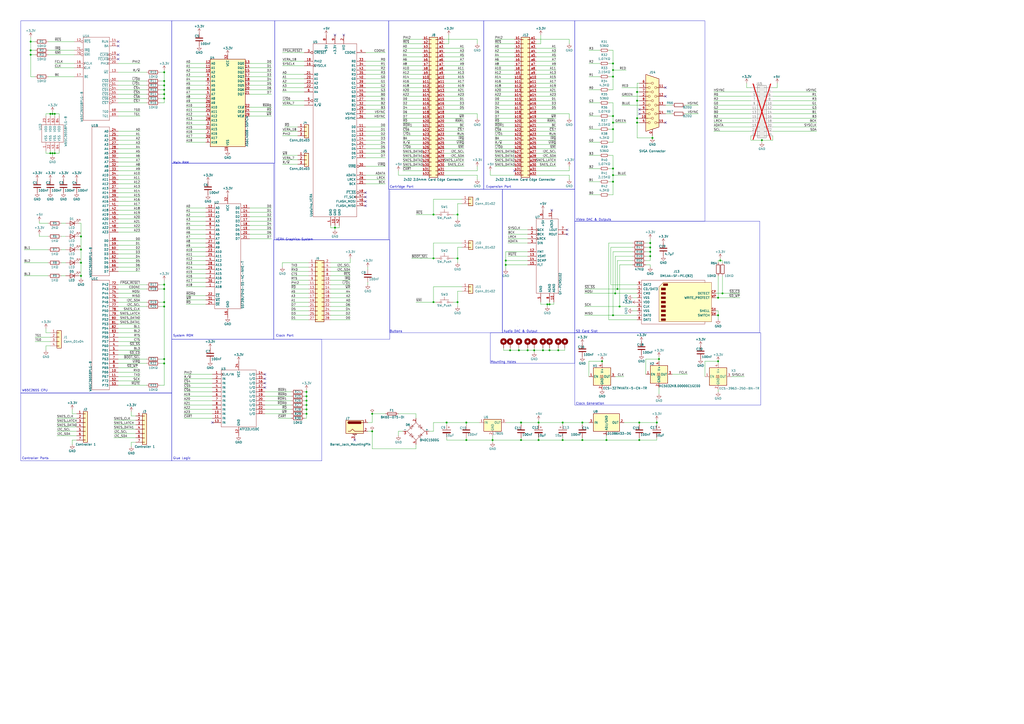
<source format=kicad_sch>
(kicad_sch
	(version 20231120)
	(generator "eeschema")
	(generator_version "8.0")
	(uuid "24268fb5-9051-453e-aa4f-3f063d8cbf81")
	(paper "A2")
	
	(junction
		(at 17.78 31.75)
		(diameter 0)
		(color 0 0 0 0)
		(uuid "0511a2a8-8e4f-4f8c-8ebc-e6ae30743f17")
	)
	(junction
		(at 251.46 124.46)
		(diameter 0)
		(color 0 0 0 0)
		(uuid "055f4555-4d71-4327-b716-65333f0b3c80")
	)
	(junction
		(at 416.56 172.72)
		(diameter 0)
		(color 0 0 0 0)
		(uuid "05f604e2-541d-4734-8204-d02b771a01f8")
	)
	(junction
		(at 29.21 88.9)
		(diameter 0)
		(color 0 0 0 0)
		(uuid "07ebd7c1-668f-488d-b46f-f7cb68c0cabb")
	)
	(junction
		(at 285.75 255.27)
		(diameter 0)
		(color 0 0 0 0)
		(uuid "091589e1-5d94-4b9c-8afb-b58c3f1d55ab")
	)
	(junction
		(at 95.25 57.15)
		(diameter 0)
		(color 0 0 0 0)
		(uuid "0b96100e-b5e7-492b-9bd4-12e23fe03fb1")
	)
	(junction
		(at 417.83 151.13)
		(diameter 0)
		(color 0 0 0 0)
		(uuid "0cc19e3e-fc66-43df-9452-f28966d9d9b9")
	)
	(junction
		(at 95.25 208.28)
		(diameter 0)
		(color 0 0 0 0)
		(uuid "0ed27ab3-8d38-4144-be11-7325d24d990b")
	)
	(junction
		(at 293.37 151.13)
		(diameter 0)
		(color 0 0 0 0)
		(uuid "12d8bc6c-7a73-4d6e-9a2a-f0d88ea377ae")
	)
	(junction
		(at 194.31 132.08)
		(diameter 0)
		(color 0 0 0 0)
		(uuid "165a8620-cc52-4dab-809d-64ee0df4fe09")
	)
	(junction
		(at 355.6 40.64)
		(diameter 0)
		(color 0 0 0 0)
		(uuid "16c74f7b-980d-4ed2-88fd-9ab87bb14bd1")
	)
	(junction
		(at 270.51 245.11)
		(diameter 0)
		(color 0 0 0 0)
		(uuid "179fff3a-e003-463d-8d86-4c95be61be12")
	)
	(junction
		(at 369.57 68.58)
		(diameter 0)
		(color 0 0 0 0)
		(uuid "1e5ba76c-72b1-441b-9fb0-ef4a8a1a4dba")
	)
	(junction
		(at 95.25 167.64)
		(diameter 0)
		(color 0 0 0 0)
		(uuid "1e7138a2-c2a9-4b0a-85df-95dc3af91b06")
	)
	(junction
		(at 270.51 255.27)
		(diameter 0)
		(color 0 0 0 0)
		(uuid "2c5258ef-3ca6-4bc4-98e0-4bc3aac69e49")
	)
	(junction
		(at 377.19 143.51)
		(diameter 0)
		(color 0 0 0 0)
		(uuid "2e035fc3-8bc2-4201-8be6-075927b02d56")
	)
	(junction
		(at 293.37 153.67)
		(diameter 0)
		(color 0 0 0 0)
		(uuid "3461c7e6-54cf-4f66-978e-2e1737befde6")
	)
	(junction
		(at 318.77 176.53)
		(diameter 0)
		(color 0 0 0 0)
		(uuid "3783c288-3d0f-4aa0-a370-200ec8aff10c")
	)
	(junction
		(at 302.26 245.11)
		(diameter 0)
		(color 0 0 0 0)
		(uuid "3e3b8706-7185-45ef-8e32-ea665279af52")
	)
	(junction
		(at 177.8 240.03)
		(diameter 0)
		(color 0 0 0 0)
		(uuid "404b6080-2ebd-4700-a068-0ca55160176a")
	)
	(junction
		(at 355.6 67.31)
		(diameter 0)
		(color 0 0 0 0)
		(uuid "48daedbf-cb31-4428-97d5-e4f8a82feaae")
	)
	(junction
		(at 251.46 175.26)
		(diameter 0)
		(color 0 0 0 0)
		(uuid "4a114abf-1118-4789-a166-3d00a70d3984")
	)
	(junction
		(at 215.9 250.19)
		(diameter 0)
		(color 0 0 0 0)
		(uuid "4b2576c1-c304-4541-9a5d-25a299bd215d")
	)
	(junction
		(at 359.41 177.8)
		(diameter 0)
		(color 0 0 0 0)
		(uuid "4c355ad5-3043-41c8-a82f-ab065dcf09e9")
	)
	(junction
		(at 95.25 54.61)
		(diameter 0)
		(color 0 0 0 0)
		(uuid "4cf2456d-85c1-4dfe-8b61-78a65a64e07f")
	)
	(junction
		(at 30.48 66.04)
		(diameter 0)
		(color 0 0 0 0)
		(uuid "514b94c8-5cf1-4ebb-b377-2ae3ba527c3e")
	)
	(junction
		(at 95.25 41.91)
		(diameter 0)
		(color 0 0 0 0)
		(uuid "55edda16-0e77-4be2-a973-006669076d79")
	)
	(junction
		(at 377.19 148.59)
		(diameter 0)
		(color 0 0 0 0)
		(uuid "5ba6f890-e8f3-4fe5-b65e-57d7bd225414")
	)
	(junction
		(at 312.42 255.27)
		(diameter 0)
		(color 0 0 0 0)
		(uuid "5c77fc39-9937-4839-8ab9-a8ec05f01632")
	)
	(junction
		(at 326.39 245.11)
		(diameter 0)
		(color 0 0 0 0)
		(uuid "5ceaa7a9-27e2-4c5e-8a03-bafd5d8d8f9e")
	)
	(junction
		(at 355.6 182.88)
		(diameter 0)
		(color 0 0 0 0)
		(uuid "5e560022-889e-4df6-872f-d0ca772a7b7f")
	)
	(junction
		(at 369.57 53.34)
		(diameter 0)
		(color 0 0 0 0)
		(uuid "5f153c3e-885c-440c-9da3-1c3e38ea305a")
	)
	(junction
		(at 302.26 255.27)
		(diameter 0)
		(color 0 0 0 0)
		(uuid "63241004-4f06-4912-aed5-19a87e3f48e2")
	)
	(junction
		(at 177.8 227.33)
		(diameter 0)
		(color 0 0 0 0)
		(uuid "647f9f6a-163e-4096-a9a8-32eb2b14c02e")
	)
	(junction
		(at 251.46 149.86)
		(diameter 0)
		(color 0 0 0 0)
		(uuid "6688481a-bb1d-4a7d-bb48-103296663e29")
	)
	(junction
		(at 95.25 210.82)
		(diameter 0)
		(color 0 0 0 0)
		(uuid "6854cd79-4d82-4506-83f0-9c13e5ff5a88")
	)
	(junction
		(at 265.43 175.26)
		(diameter 0)
		(color 0 0 0 0)
		(uuid "68e5833d-8495-41b5-a662-1c727c7cdabf")
	)
	(junction
		(at 29.21 66.04)
		(diameter 0)
		(color 0 0 0 0)
		(uuid "6c204841-57f7-4b89-96c7-81b1bd36d8d5")
	)
	(junction
		(at 177.8 237.49)
		(diameter 0)
		(color 0 0 0 0)
		(uuid "6ca25e10-e790-49b6-9f88-67f4c1834a0b")
	)
	(junction
		(at 355.6 71.12)
		(diameter 0)
		(color 0 0 0 0)
		(uuid "6e453fed-44d1-4244-9415-b310efa03310")
	)
	(junction
		(at 377.19 146.05)
		(diameter 0)
		(color 0 0 0 0)
		(uuid "7249232a-2cd5-47bd-82f2-d251e1fc720c")
	)
	(junction
		(at 259.08 245.11)
		(diameter 0)
		(color 0 0 0 0)
		(uuid "750f816e-4220-44c6-b831-ec4fc9cf89d3")
	)
	(junction
		(at 17.78 24.13)
		(diameter 0)
		(color 0 0 0 0)
		(uuid "76a3a812-a8f9-455a-8936-0d1b3c209f68")
	)
	(junction
		(at 31.75 88.9)
		(diameter 0)
		(color 0 0 0 0)
		(uuid "7a7956fa-0cbe-46bc-a668-612cef11308b")
	)
	(junction
		(at 314.96 203.2)
		(diameter 0)
		(color 0 0 0 0)
		(uuid "7bd8b1ae-fa79-4ee4-a745-fc9606a9db08")
	)
	(junction
		(at 177.8 232.41)
		(diameter 0)
		(color 0 0 0 0)
		(uuid "7c4e6792-0f28-444f-bbe8-c6720c534179")
	)
	(junction
		(at 95.25 46.99)
		(diameter 0)
		(color 0 0 0 0)
		(uuid "7cd24309-e546-47a8-975f-197650bf6472")
	)
	(junction
		(at 317.5 176.53)
		(diameter 0)
		(color 0 0 0 0)
		(uuid "83322db4-d4eb-47e9-bd3b-b42a5c83d9a7")
	)
	(junction
		(at 355.6 97.79)
		(diameter 0)
		(color 0 0 0 0)
		(uuid "84fe340a-3ba6-42a8-bd21-f62a26ecb342")
	)
	(junction
		(at 46.99 137.16)
		(diameter 0)
		(color 0 0 0 0)
		(uuid "86619b1e-171d-4155-8428-ba1db09fe86c")
	)
	(junction
		(at 318.77 203.2)
		(diameter 0)
		(color 0 0 0 0)
		(uuid "891d2ba3-67c0-40c7-b2fe-f49b4122d6b4")
	)
	(junction
		(at 419.1 170.18)
		(diameter 0)
		(color 0 0 0 0)
		(uuid "8954e231-0fc1-4f6d-b69b-990e1719b5f4")
	)
	(junction
		(at 326.39 255.27)
		(diameter 0)
		(color 0 0 0 0)
		(uuid "8bd11186-ee55-436b-9d54-3f464141eaee")
	)
	(junction
		(at 355.6 105.41)
		(diameter 0)
		(color 0 0 0 0)
		(uuid "8cd7531f-6ae0-44ba-9acb-9fa6380caea8")
	)
	(junction
		(at 355.6 74.93)
		(diameter 0)
		(color 0 0 0 0)
		(uuid "8eb4319d-9959-484e-8e04-17f2b2a3f931")
	)
	(junction
		(at 355.6 36.83)
		(diameter 0)
		(color 0 0 0 0)
		(uuid "8f898566-c891-4b90-9b83-253651024179")
	)
	(junction
		(at 306.07 203.2)
		(diameter 0)
		(color 0 0 0 0)
		(uuid "904b87ce-b2a2-4bfd-8774-04d4c532c42b")
	)
	(junction
		(at 265.43 149.86)
		(diameter 0)
		(color 0 0 0 0)
		(uuid "93603dce-06b5-4831-9486-a2b88254b594")
	)
	(junction
		(at 337.82 245.11)
		(diameter 0)
		(color 0 0 0 0)
		(uuid "950b2707-d863-4a03-960f-85779cc5cd54")
	)
	(junction
		(at 30.48 88.9)
		(diameter 0)
		(color 0 0 0 0)
		(uuid "961f8945-e1c5-4198-b2b9-ed989bbdc941")
	)
	(junction
		(at 95.25 165.1)
		(diameter 0)
		(color 0 0 0 0)
		(uuid "9af20d9e-a20f-4b7c-ac1f-18dead75e997")
	)
	(junction
		(at 381 245.11)
		(diameter 0)
		(color 0 0 0 0)
		(uuid "9b0bcb49-1b78-4896-9e99-d3e3d56e3e99")
	)
	(junction
		(at 356.87 170.18)
		(diameter 0)
		(color 0 0 0 0)
		(uuid "9e7d1aae-bc0f-4c30-9a2f-089acf7d4edb")
	)
	(junction
		(at 382.27 208.28)
		(diameter 0)
		(color 0 0 0 0)
		(uuid "a46a71a3-be07-45c5-8f21-fdf61ee0de11")
	)
	(junction
		(at 265.43 124.46)
		(diameter 0)
		(color 0 0 0 0)
		(uuid "abbd9e91-b2a9-4a6c-8e23-3cf0d5c6bbc0")
	)
	(junction
		(at 95.25 52.07)
		(diameter 0)
		(color 0 0 0 0)
		(uuid "ac0d1b2c-03b2-4473-8a1d-7c0320a594c2")
	)
	(junction
		(at 351.79 255.27)
		(diameter 0)
		(color 0 0 0 0)
		(uuid "b8620d1b-92c7-4772-b4c5-ae55a8ab2ae7")
	)
	(junction
		(at 369.57 71.12)
		(diameter 0)
		(color 0 0 0 0)
		(uuid "b98a5dd7-a179-4331-8d1c-d479900f1de3")
	)
	(junction
		(at 355.6 101.6)
		(diameter 0)
		(color 0 0 0 0)
		(uuid "bf1bd817-918d-458e-9214-73a7391400b0")
	)
	(junction
		(at 370.84 255.27)
		(diameter 0)
		(color 0 0 0 0)
		(uuid "c6d81014-6c57-4e5b-bd8e-db09d41c9b24")
	)
	(junction
		(at 95.25 175.26)
		(diameter 0)
		(color 0 0 0 0)
		(uuid "cbf3c7c8-fc23-4f56-bacf-f1126727c903")
	)
	(junction
		(at 95.25 177.8)
		(diameter 0)
		(color 0 0 0 0)
		(uuid "cc8182ce-43cc-47eb-967b-f2b35ec28b66")
	)
	(junction
		(at 378.46 80.01)
		(diameter 0)
		(color 0 0 0 0)
		(uuid "cffa938e-9330-49fe-85bc-ab0632354f6a")
	)
	(junction
		(at 370.84 245.11)
		(diameter 0)
		(color 0 0 0 0)
		(uuid "d2cc1cf6-5e46-4784-9c76-68f41a9a6bbf")
	)
	(junction
		(at 312.42 245.11)
		(diameter 0)
		(color 0 0 0 0)
		(uuid "d3d7fd4e-03d3-4acb-a74d-3f60128d37c7")
	)
	(junction
		(at 177.8 229.87)
		(diameter 0)
		(color 0 0 0 0)
		(uuid "d63ba307-fcea-4194-8efb-5804906d5429")
	)
	(junction
		(at 31.75 66.04)
		(diameter 0)
		(color 0 0 0 0)
		(uuid "d653e696-9f7a-427c-89a7-72f82fcefb8c")
	)
	(junction
		(at 46.99
... [499901 chars truncated]
</source>
